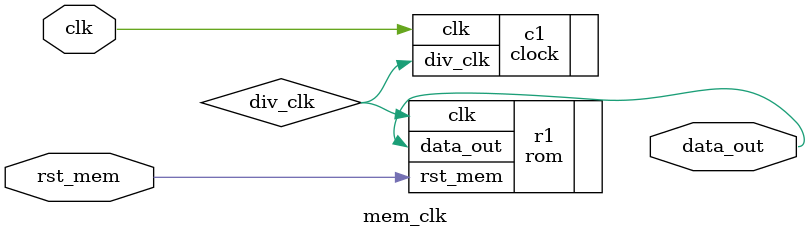
<source format=v>
module mem_clk(clk,rst_mem,data_out);

input clk;
input rst_mem;
output data_out;

wire div_clk;

clock #(.div(223)) c1 (
    .clk(clk),
    .div_clk(div_clk)
);

rom r1(
    .clk(div_clk),
    .rst_mem(rst_mem), 
    .data_out(data_out)
);


endmodule
</source>
